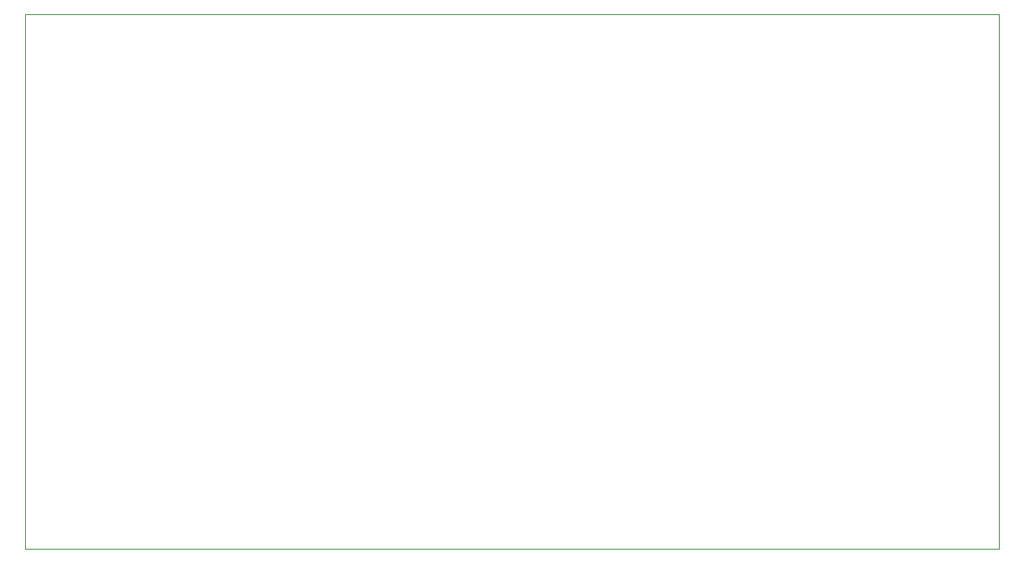
<source format=gbr>
%TF.GenerationSoftware,KiCad,Pcbnew,6.0.2+dfsg-1*%
%TF.CreationDate,2022-02-28T00:43:16+03:00*%
%TF.ProjectId,cave-phone-mc34118,63617665-2d70-4686-9f6e-652d6d633334,rev?*%
%TF.SameCoordinates,PX3072580PY429d390*%
%TF.FileFunction,Profile,NP*%
%FSLAX46Y46*%
G04 Gerber Fmt 4.6, Leading zero omitted, Abs format (unit mm)*
G04 Created by KiCad (PCBNEW 6.0.2+dfsg-1) date 2022-02-28 00:43:16*
%MOMM*%
%LPD*%
G01*
G04 APERTURE LIST*
%TA.AperFunction,Profile*%
%ADD10C,0.100000*%
%TD*%
G04 APERTURE END LIST*
D10*
X0Y0D02*
X98679000Y0D01*
X98679000Y0D02*
X98679000Y-54229000D01*
X98679000Y-54229000D02*
X0Y-54229000D01*
X0Y-54229000D02*
X0Y0D01*
M02*

</source>
